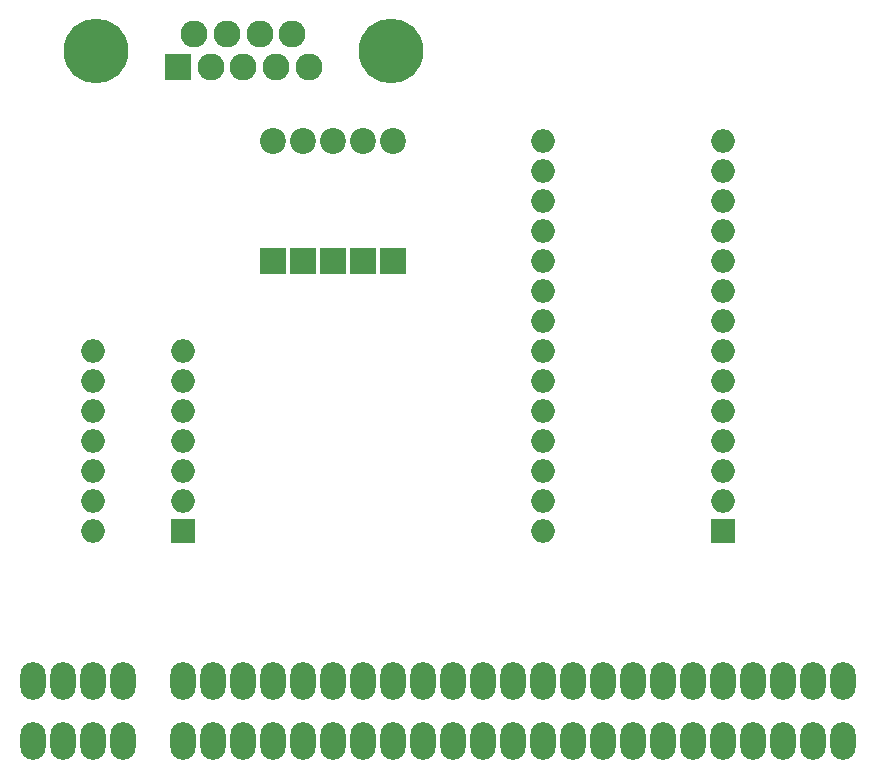
<source format=gbs>
G04 #@! TF.FileFunction,Soldermask,Bot*
%FSLAX46Y46*%
G04 Gerber Fmt 4.6, Leading zero omitted, Abs format (unit mm)*
G04 Created by KiCad (PCBNEW 4.0.5) date 11/19/17 14:30:07*
%MOMM*%
%LPD*%
G01*
G04 APERTURE LIST*
%ADD10C,0.100000*%
%ADD11C,2.200000*%
%ADD12R,2.200000X2.200000*%
%ADD13R,2.279600X2.279600*%
%ADD14C,2.279600*%
%ADD15C,5.480000*%
%ADD16O,2.127200X3.200000*%
%ADD17R,2.000000X2.000000*%
%ADD18O,2.000000X2.000000*%
G04 APERTURE END LIST*
D10*
D11*
X154940000Y-81280000D03*
D12*
X154940000Y-91440000D03*
D11*
X152400000Y-81280000D03*
D12*
X152400000Y-91440000D03*
D11*
X149860000Y-81280000D03*
D12*
X149860000Y-91440000D03*
D11*
X147320000Y-81280000D03*
D12*
X147320000Y-91440000D03*
D11*
X144780000Y-81280000D03*
D12*
X144780000Y-91440000D03*
D13*
X136700260Y-75079860D03*
D14*
X139471400Y-75079860D03*
X142240000Y-75079860D03*
X145008600Y-75079860D03*
X147779740Y-75079860D03*
X138092180Y-72240140D03*
X140860780Y-72240140D03*
X143619220Y-72240140D03*
X146387820Y-72240140D03*
D15*
X129740660Y-73660000D03*
X154739340Y-73660000D03*
D16*
X193040000Y-132080000D03*
X190500000Y-132080000D03*
X187960000Y-132080000D03*
X185420000Y-132080000D03*
X182880000Y-132080000D03*
X180340000Y-132080000D03*
X177800000Y-132080000D03*
X175260000Y-132080000D03*
X193040000Y-127000000D03*
X190500000Y-127000000D03*
X187960000Y-127000000D03*
X185420000Y-127000000D03*
X182880000Y-127000000D03*
X180340000Y-127000000D03*
X177800000Y-127000000D03*
X175260000Y-127000000D03*
X124460000Y-127000000D03*
X124460000Y-132080000D03*
X127000000Y-127000000D03*
X127000000Y-132080000D03*
X129540000Y-127000000D03*
X129540000Y-132080000D03*
X132080000Y-127000000D03*
X132080000Y-132080000D03*
X137160000Y-127000000D03*
X137160000Y-132080000D03*
X139700000Y-127000000D03*
X139700000Y-132080000D03*
X142240000Y-127000000D03*
X142240000Y-132080000D03*
X144780000Y-127000000D03*
X144780000Y-132080000D03*
X147320000Y-127000000D03*
X147320000Y-132080000D03*
X149860000Y-127000000D03*
X149860000Y-132080000D03*
X152400000Y-127000000D03*
X152400000Y-132080000D03*
X154940000Y-127000000D03*
X154940000Y-132080000D03*
X157480000Y-127000000D03*
X157480000Y-132080000D03*
X160020000Y-127000000D03*
X160020000Y-132080000D03*
X162560000Y-127000000D03*
X162560000Y-132080000D03*
X165100000Y-127000000D03*
X165100000Y-132080000D03*
X167640000Y-127000000D03*
X167640000Y-132080000D03*
X170180000Y-127000000D03*
X170180000Y-132080000D03*
X172720000Y-127000000D03*
X172720000Y-132080000D03*
D17*
X137160000Y-114300000D03*
D18*
X129540000Y-99060000D03*
X137160000Y-111760000D03*
X129540000Y-101600000D03*
X137160000Y-109220000D03*
X129540000Y-104140000D03*
X137160000Y-106680000D03*
X129540000Y-106680000D03*
X137160000Y-104140000D03*
X129540000Y-109220000D03*
X137160000Y-101600000D03*
X129540000Y-111760000D03*
X137160000Y-99060000D03*
X129540000Y-114300000D03*
D17*
X182880000Y-114300000D03*
D18*
X167640000Y-81280000D03*
X182880000Y-111760000D03*
X167640000Y-83820000D03*
X182880000Y-109220000D03*
X167640000Y-86360000D03*
X182880000Y-106680000D03*
X167640000Y-88900000D03*
X182880000Y-104140000D03*
X167640000Y-91440000D03*
X182880000Y-101600000D03*
X167640000Y-93980000D03*
X182880000Y-99060000D03*
X167640000Y-96520000D03*
X182880000Y-96520000D03*
X167640000Y-99060000D03*
X182880000Y-93980000D03*
X167640000Y-101600000D03*
X182880000Y-91440000D03*
X167640000Y-104140000D03*
X182880000Y-88900000D03*
X167640000Y-106680000D03*
X182880000Y-86360000D03*
X167640000Y-109220000D03*
X182880000Y-83820000D03*
X167640000Y-111760000D03*
X182880000Y-81280000D03*
X167640000Y-114300000D03*
M02*

</source>
